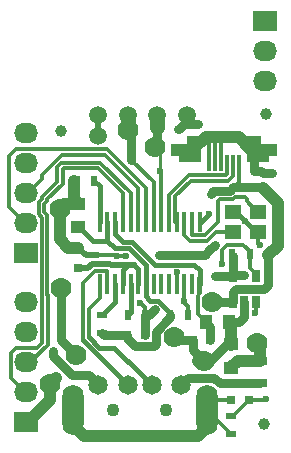
<source format=gtl>
%TF.GenerationSoftware,KiCad,Pcbnew,(5.1.2-1)-1*%
%TF.CreationDate,2019-05-29T15:28:05+01:00*%
%TF.ProjectId,a5v11-mod-01,61357631-312d-46d6-9f64-2d30312e6b69,rev?*%
%TF.SameCoordinates,PX3740df8PY3c191b8*%
%TF.FileFunction,Copper,L1,Top*%
%TF.FilePolarity,Positive*%
%FSLAX46Y46*%
G04 Gerber Fmt 4.6, Leading zero omitted, Abs format (unit mm)*
G04 Created by KiCad (PCBNEW (5.1.2-1)-1) date 2019-05-29 15:28:05*
%MOMM*%
%LPD*%
G04 APERTURE LIST*
%ADD10R,0.350000X1.700000*%
%ADD11C,1.000000*%
%ADD12R,0.750000X0.800000*%
%ADD13R,2.032000X1.727200*%
%ADD14O,2.032000X1.727200*%
%ADD15R,0.500000X0.900000*%
%ADD16R,0.900000X0.500000*%
%ADD17R,0.650000X1.060000*%
%ADD18R,0.300000X1.400000*%
%ADD19R,1.250000X2.300000*%
%ADD20R,0.700000X1.600000*%
%ADD21R,0.700000X1.100000*%
%ADD22C,1.650000*%
%ADD23C,1.100000*%
%ADD24O,1.800000X4.300000*%
%ADD25R,1.250000X1.000000*%
%ADD26R,1.000000X1.250000*%
%ADD27R,0.800000X0.750000*%
%ADD28R,1.300000X0.700000*%
%ADD29R,1.400000X1.200000*%
%ADD30C,1.500000*%
%ADD31C,0.600000*%
%ADD32C,1.778000*%
%ADD33C,0.508000*%
%ADD34C,0.250000*%
%ADD35C,0.762000*%
%ADD36C,1.016000*%
%ADD37C,0.304800*%
%ADD38C,0.381000*%
%ADD39C,1.270000*%
G04 APERTURE END LIST*
D10*
X5062600Y16177400D03*
X4412600Y16177400D03*
X3762600Y16177400D03*
X3112600Y16177400D03*
X2462600Y16177400D03*
X1812600Y16177400D03*
X1162600Y16177400D03*
X512600Y16177400D03*
X-137400Y16177400D03*
X-787400Y16177400D03*
X-1437400Y16177400D03*
X-2087400Y16177400D03*
X-2737400Y16177400D03*
X-3387400Y16177400D03*
X-3387400Y10877400D03*
X-2737400Y10877400D03*
X-2087400Y10877400D03*
X-1437400Y10877400D03*
X-787400Y10877400D03*
X-137400Y10877400D03*
X512600Y10877400D03*
X1162600Y10877400D03*
X1812600Y10877400D03*
X2462600Y10877400D03*
X3112600Y10877400D03*
X3762600Y10877400D03*
X4412600Y10877400D03*
X5062600Y10877400D03*
D11*
X10652600Y25327400D03*
D12*
X-5244402Y12294732D03*
X-5244402Y13794732D03*
D11*
X-6637400Y23867400D03*
D13*
X10612600Y33197400D03*
D14*
X10612600Y30657400D03*
X10612600Y28117400D03*
D15*
X7802600Y13477400D03*
X9302600Y13477400D03*
X-5359402Y19648732D03*
X-3859402Y19648732D03*
D16*
X-3212402Y6770232D03*
X-3212402Y8270232D03*
D15*
X458598Y8282232D03*
X-1041402Y8282232D03*
X2578098Y8282232D03*
X4078098Y8282232D03*
D17*
X7902600Y9377400D03*
X8852600Y9377400D03*
X9802600Y9377400D03*
X9802600Y11577400D03*
X7902600Y11577400D03*
D18*
X8376600Y21127400D03*
X7876600Y21127400D03*
X7376600Y21127400D03*
X6876600Y21127400D03*
X6376600Y21127400D03*
X5876600Y21127400D03*
D19*
X4626600Y22377400D03*
D20*
X3651600Y22027400D03*
D21*
X2951600Y22277400D03*
D19*
X9626600Y22377400D03*
D20*
X10601600Y22027400D03*
D21*
X11301600Y22277400D03*
D13*
X-9597400Y13517400D03*
D14*
X-9597400Y16057400D03*
X-9597400Y18597400D03*
X-9597400Y21137400D03*
X-9597400Y23677400D03*
D13*
X-9597400Y-772600D03*
D14*
X-9597400Y1767400D03*
X-9597400Y4307400D03*
X-9597400Y6847400D03*
X-9597400Y9387400D03*
D22*
X1002600Y2377400D03*
X3502600Y2377400D03*
X-997400Y2377400D03*
X-3497400Y2377400D03*
D23*
X2252600Y277400D03*
X-2247400Y277400D03*
D24*
X-5697400Y277400D03*
X5702600Y277400D03*
D11*
X10502600Y-922600D03*
D25*
X7762600Y3817400D03*
X7762600Y5817400D03*
X-5244402Y15727732D03*
X-5244402Y17727732D03*
D26*
X5562600Y7667400D03*
X7562600Y7667400D03*
D27*
X5962600Y6167400D03*
X4462600Y6167400D03*
D28*
X10202600Y2517400D03*
X10202600Y4417400D03*
D27*
X412600Y6617400D03*
X-1087400Y6617400D03*
X9262600Y1067400D03*
X7762600Y1067400D03*
D16*
X7762600Y-282600D03*
X7762600Y-1782600D03*
D29*
X7848600Y15343400D03*
X10048600Y15343400D03*
X10048600Y17043400D03*
X7848600Y17043400D03*
D30*
X3992600Y25227400D03*
X1492600Y25227400D03*
X-1007400Y25227400D03*
X-3507400Y25227400D03*
X-3507400Y23417400D03*
D31*
X11176000Y20320000D03*
X10414000Y20320000D03*
X10414000Y20320000D03*
X9626600Y20465400D03*
X8356600Y23368000D03*
X7594600Y23368000D03*
X10160000Y14224000D03*
X8890000Y16256000D03*
X6604000Y23368000D03*
X10652600Y1177400D03*
D32*
X2919431Y6411973D03*
D31*
X1251929Y8778071D03*
D32*
X5407771Y4383221D03*
D31*
X56880Y9336332D03*
X-7347400Y5227400D03*
D32*
X-6768355Y17296912D03*
D31*
X-3597400Y13327400D03*
X-1947400Y13309857D03*
X-1197400Y13309857D03*
X5862600Y16817400D03*
X6382600Y14257400D03*
X1592600Y13357400D03*
X5892600Y13767400D03*
X2252600Y13357400D03*
D32*
X9921752Y5958248D03*
D31*
X8852600Y11677400D03*
X-481902Y12536732D03*
X6372611Y11577409D03*
D32*
X1280886Y22527773D03*
D31*
X1711207Y20513461D03*
D32*
X-1007400Y23937400D03*
D31*
X-734253Y21448261D03*
X3125603Y11905183D03*
X6942600Y12597400D03*
X9712600Y8417400D03*
X3772598Y9467400D03*
X4912600Y24467400D03*
X3242601Y24037399D03*
D32*
X6096000Y9398000D03*
D31*
X6004600Y18567400D03*
X6832600Y18796000D03*
X7620000Y18796000D03*
D32*
X-5397400Y4927400D03*
X-6651714Y10571714D03*
X-7565400Y2479340D03*
D33*
X-3507400Y23417400D02*
X-3507400Y25227400D01*
D34*
X-3507400Y25227400D02*
X-3507400Y23887400D01*
X3651600Y22027400D02*
X4276600Y22027400D01*
X4276600Y22027400D02*
X4626600Y22377400D01*
X2951600Y22277400D02*
X3401600Y22277400D01*
X3401600Y22277400D02*
X3651600Y22027400D01*
X9626600Y22377400D02*
X10251600Y22377400D01*
X10251600Y22377400D02*
X10601600Y22027400D01*
X11301600Y22277400D02*
X10851600Y22277400D01*
X10851600Y22277400D02*
X10601600Y22027400D01*
D35*
X11176000Y20320000D02*
X10414000Y20320000D01*
X9626600Y20465400D02*
X10268600Y20465400D01*
X10268600Y20465400D02*
X10414000Y20320000D01*
X9652000Y20440000D02*
X9626600Y20465400D01*
X9626600Y22377400D02*
X9626600Y20465400D01*
D36*
X6324600Y23368000D02*
X6832600Y23368000D01*
X6832600Y23368000D02*
X8356600Y23368000D01*
D37*
X6876600Y21127400D02*
X6876600Y23324000D01*
X6876600Y23324000D02*
X6832600Y23368000D01*
D36*
X5588000Y23368000D02*
X6324600Y23368000D01*
D37*
X6376600Y21127400D02*
X6376600Y23316000D01*
X6376600Y23316000D02*
X6324600Y23368000D01*
X5876600Y21127400D02*
X5876600Y23079400D01*
X5876600Y23079400D02*
X5588000Y23368000D01*
D36*
X9626600Y22377400D02*
X9347200Y22377400D01*
X9347200Y22377400D02*
X8356600Y23368000D01*
X4626600Y22406600D02*
X5588000Y23368000D01*
X4626600Y22377400D02*
X4626600Y22406600D01*
D37*
X10048600Y15343400D02*
X10048600Y14335400D01*
X10048600Y14335400D02*
X10160000Y14224000D01*
X2951600Y22277400D02*
X4526600Y22277400D01*
X11301600Y22277400D02*
X9726600Y22277400D01*
D38*
X8890000Y16256000D02*
X9802600Y15343400D01*
X9802600Y15343400D02*
X10048600Y15343400D01*
X7848600Y17043400D02*
X8102600Y17043400D01*
X8102600Y17043400D02*
X8890000Y16256000D01*
D37*
X6447600Y23211600D02*
X6604000Y23368000D01*
X-1947400Y13309857D02*
X-1197400Y13309857D01*
X-3597400Y13327400D02*
X-1964943Y13327400D01*
X-1964943Y13327400D02*
X-1947400Y13309857D01*
X10542600Y1067400D02*
X10652600Y1177400D01*
X9262600Y1067400D02*
X10542600Y1067400D01*
X7762600Y-282600D02*
X7912600Y-282600D01*
X7912600Y-282600D02*
X9262600Y1067400D01*
D35*
X3164004Y6167400D02*
X2919431Y6411973D01*
X4462600Y6167400D02*
X3164004Y6167400D01*
X412600Y6617400D02*
X412600Y8236234D01*
X412600Y8236234D02*
X458598Y8282232D01*
X4462600Y6167400D02*
X4462600Y5328392D01*
X4462600Y5328392D02*
X5407771Y4383221D01*
D36*
X5407771Y4383221D02*
X4949647Y4383221D01*
D35*
X951930Y8478072D02*
X1251929Y8778071D01*
X458598Y8282232D02*
X756090Y8282232D01*
X756090Y8282232D02*
X951930Y8478072D01*
X6014168Y4477400D02*
X5501950Y4477400D01*
X5501950Y4477400D02*
X5407771Y4383221D01*
X7762600Y5767360D02*
X7304128Y5767360D01*
X7304128Y5767360D02*
X6014168Y4477400D01*
X7512560Y7667400D02*
X8434600Y7667400D01*
X8434600Y7667400D02*
X8852600Y8085400D01*
X8852600Y8085400D02*
X8852600Y9377400D01*
D36*
X7762600Y5767360D02*
X7762600Y7417360D01*
X7762600Y7417360D02*
X7512560Y7667400D01*
D37*
X458598Y8282232D02*
X458598Y8934614D01*
X458598Y8934614D02*
X56880Y9336332D01*
D35*
X-7347400Y4803136D02*
X-7347400Y5227400D01*
X-4322399Y3202399D02*
X-5746663Y3202399D01*
X-5746663Y3202399D02*
X-7347400Y4803136D01*
X-3497400Y2377400D02*
X-4322399Y3202399D01*
D36*
X-5244402Y13994692D02*
X-6048314Y13994692D01*
X-6768355Y14714733D02*
X-6768355Y17296912D01*
X-6048314Y13994692D02*
X-6768355Y14714733D01*
X-5244402Y17677692D02*
X-6387575Y17677692D01*
X-6387575Y17677692D02*
X-6768355Y17296912D01*
D33*
X-3597400Y13327400D02*
X-4577110Y13327400D01*
X-4577110Y13327400D02*
X-5244402Y13994692D01*
D36*
X-5559362Y19648732D02*
X-5559362Y17992652D01*
X-5559362Y17992652D02*
X-5244402Y17677692D01*
X-5117402Y17743732D02*
X-5244402Y17677692D01*
D37*
X597598Y8343192D02*
X658558Y8282232D01*
D38*
X5222600Y16177400D02*
X5862600Y16817400D01*
X5062600Y16177400D02*
X5222600Y16177400D01*
D35*
X5482600Y13357400D02*
X2252600Y13357400D01*
X6382600Y14257400D02*
X5892600Y13767400D01*
X5892600Y13767400D02*
X5482600Y13357400D01*
X2252600Y13357400D02*
X1592600Y13357400D01*
X-1087400Y6617400D02*
X-3059570Y6617400D01*
X-3059570Y6617400D02*
X-3212402Y6770232D01*
X1207722Y5677400D02*
X-382522Y5677400D01*
X-382522Y5677400D02*
X-1087400Y6382278D01*
X-1087400Y6382278D02*
X-1087400Y6617400D01*
X2578098Y8082232D02*
X1346001Y6850135D01*
X2578098Y8282232D02*
X2578098Y8082232D01*
X1346001Y6850135D02*
X1346001Y5815679D01*
X1346001Y5815679D02*
X1207722Y5677400D01*
D38*
X512600Y12551351D02*
X-903449Y13967400D01*
X512600Y10877400D02*
X512600Y12551351D01*
X-903449Y13967400D02*
X-2137400Y13967400D01*
X-2737400Y14567400D02*
X-2737400Y16177400D01*
X-2137400Y13967400D02*
X-2737400Y14567400D01*
X-3959070Y14567400D02*
X-2737400Y14567400D01*
X-5119402Y15727732D02*
X-3959070Y14567400D01*
X-5244402Y15727732D02*
X-5119402Y15727732D01*
X1558350Y9501980D02*
X2578098Y8482232D01*
X2578098Y8482232D02*
X2578098Y8282232D01*
X895798Y9501980D02*
X1558350Y9501980D01*
X512600Y9885178D02*
X895798Y9501980D01*
X512600Y10877400D02*
X512600Y9885178D01*
D37*
X4902199Y8377841D02*
X5612640Y7667400D01*
X4902199Y9932533D02*
X4902199Y8377841D01*
X5042598Y10072932D02*
X4902199Y9932533D01*
X5042598Y10949232D02*
X5042598Y10072932D01*
D35*
X5962600Y6167400D02*
X5962600Y7267400D01*
X5962600Y7267400D02*
X5562600Y7667400D01*
D38*
X5042598Y10949232D02*
X5042598Y10568232D01*
X5042598Y11393732D02*
X5042598Y10504732D01*
X5042598Y10504732D02*
X5042598Y10631732D01*
X4622916Y12548084D02*
X5062600Y12108400D01*
X5062600Y12108400D02*
X5062600Y10877400D01*
X1270221Y12548084D02*
X4622916Y12548084D01*
X-689095Y14507400D02*
X1270221Y12548084D01*
X-1409622Y14507400D02*
X-689095Y14507400D01*
X-2087400Y15185178D02*
X-1409622Y14507400D01*
X-2087400Y16177400D02*
X-2087400Y15185178D01*
D36*
X10202600Y4417360D02*
X8312520Y4417360D01*
X8312520Y4417360D02*
X7762600Y3867440D01*
X10202600Y4417360D02*
X10202600Y5677400D01*
X10202600Y5677400D02*
X9921752Y5958248D01*
D35*
X8852600Y11677400D02*
X8002600Y11677400D01*
X8002600Y11677400D02*
X7902600Y11577400D01*
X7902600Y11577400D02*
X7902600Y13277400D01*
D38*
X-418402Y12473232D02*
X-481902Y12536732D01*
D33*
X-4361402Y12294732D02*
X-5244402Y12294732D01*
X-4065123Y12591011D02*
X-4361402Y12294732D01*
X-2505935Y12591011D02*
X-4065123Y12591011D01*
X-2451656Y12536732D02*
X-2505935Y12591011D01*
X-481902Y12536732D02*
X-2451656Y12536732D01*
D38*
X-1009068Y12536732D02*
X-906166Y12536732D01*
X-1437400Y12108400D02*
X-1009068Y12536732D01*
X-906166Y12536732D02*
X-481902Y12536732D01*
X-1437400Y10877400D02*
X-1437400Y12108400D01*
X-137400Y12192230D02*
X-481902Y12536732D01*
X-137400Y10877400D02*
X-137400Y12192230D01*
D35*
X7902600Y11577400D02*
X6372620Y11577400D01*
X6372620Y11577400D02*
X6372611Y11577409D01*
D37*
X7876600Y20082165D02*
X7876600Y20122600D01*
X7459823Y19665388D02*
X7876600Y20082165D01*
X4321546Y19665388D02*
X7459823Y19665388D01*
X7876600Y20122600D02*
X7876600Y21127400D01*
X2992600Y18336442D02*
X4321546Y19665388D01*
X2992600Y16187400D02*
X2992600Y18336442D01*
X3002600Y16177400D02*
X2992600Y16187400D01*
X3112600Y16177400D02*
X3002600Y16177400D01*
X4132165Y20122599D02*
X7270441Y20122599D01*
X7270441Y20122599D02*
X7376600Y20228758D01*
X7376600Y20228758D02*
X7376600Y21127400D01*
X2462600Y18453034D02*
X4132165Y20122599D01*
X2462600Y16177400D02*
X2462600Y18453034D01*
D34*
X1711207Y22097452D02*
X1280886Y22527773D01*
D35*
X1492600Y22739487D02*
X1280886Y22527773D01*
X1492600Y25227400D02*
X1492600Y22739487D01*
D34*
X1711207Y20513461D02*
X1711207Y22097452D01*
D39*
X1492600Y25227400D02*
X1492600Y24166740D01*
D37*
X1812600Y20412068D02*
X1711207Y20513461D01*
X1812600Y16177400D02*
X1812600Y20412068D01*
D34*
X-734253Y21448261D02*
X-734253Y23664253D01*
X-734253Y23664253D02*
X-1007400Y23937400D01*
D35*
X-734253Y21448261D02*
X-734253Y24954253D01*
X-734253Y24954253D02*
X-1007400Y25227400D01*
D39*
X-1007400Y25227400D02*
X-1007400Y23937400D01*
D37*
X1162600Y19551408D02*
X1162600Y16177400D01*
X-734253Y21448261D02*
X1162600Y19551408D01*
X512600Y17332200D02*
X512600Y16177400D01*
X512600Y19070807D02*
X512600Y17332200D01*
X-2751201Y22334608D02*
X512600Y19070807D01*
X-10490190Y22334610D02*
X-2751201Y22334608D01*
X-11097400Y21727400D02*
X-10490190Y22334610D01*
X-11097400Y17405000D02*
X-11097400Y21727400D01*
X-9749800Y16057400D02*
X-11097400Y17405000D01*
X-9597400Y16057400D02*
X-9749800Y16057400D01*
X-9445000Y18597400D02*
X-9597400Y18597400D01*
X-8276600Y19765800D02*
X-9445000Y18597400D01*
X-8276600Y20171587D02*
X-8276600Y19765800D01*
X-6570788Y21877399D02*
X-8276600Y20171587D01*
X-2940584Y21877399D02*
X-6570788Y21877399D01*
X-137400Y19074215D02*
X-137400Y16177400D01*
X-2940584Y21877399D02*
X-137400Y19074215D01*
X-6937400Y20864198D02*
X-6970344Y20831255D01*
X-3346769Y21167399D02*
X-6634200Y21167398D01*
X-6634200Y21167398D02*
X-6937400Y20864198D01*
X-8548413Y17841607D02*
X-8548413Y16813193D01*
X-10947400Y2965000D02*
X-9749800Y1767400D01*
X-8548413Y16813193D02*
X-8276590Y16541370D01*
X-8276590Y18113429D02*
X-8548413Y17841607D01*
X-8302726Y11334121D02*
X-8302726Y9809307D01*
X-10497400Y5527400D02*
X-10947400Y5077400D01*
X-8276590Y18261631D02*
X-8276590Y18113429D01*
X-6970344Y20831255D02*
X-6970344Y19567877D01*
X-6970344Y19567877D02*
X-8276590Y18261631D01*
X-8276590Y16541370D02*
X-8276590Y11360257D01*
X-8276590Y5948210D02*
X-8697400Y5527400D01*
X-8276590Y11360257D02*
X-8302726Y11334121D01*
X-8302726Y9809307D02*
X-8276590Y9783171D01*
X-10947400Y5077400D02*
X-10947400Y2965000D01*
X-8276590Y9783171D02*
X-8276590Y5948210D01*
X-8697400Y5527400D02*
X-10497400Y5527400D01*
X-9749800Y1767400D02*
X-9597400Y1767400D01*
X-787400Y18608030D02*
X-787400Y16177400D01*
X-3346769Y21167399D02*
X-787400Y18608030D01*
X-7790191Y5788017D02*
X-7790191Y9943365D01*
X-7790191Y9943365D02*
X-7845515Y9998689D01*
X-7845515Y9998689D02*
X-7845515Y11144739D01*
X-7845515Y11144739D02*
X-7819379Y11170875D01*
X-6513133Y20641873D02*
X-6444817Y20710189D01*
X-6444817Y20710189D02*
X-3536151Y20710189D01*
X-6513133Y19378495D02*
X-6513133Y20641873D01*
X-7819379Y18072249D02*
X-6513133Y19378495D01*
X-8091202Y17002575D02*
X-8091202Y17652225D01*
X-7819379Y11170875D02*
X-7819379Y16730753D01*
X-7819379Y16730753D02*
X-8091202Y17002575D01*
X-9270808Y4307400D02*
X-7790191Y5788017D01*
X-8091202Y17652225D02*
X-7819379Y17924047D01*
X-7819379Y17924047D02*
X-7819379Y18072249D01*
X-9597400Y4307400D02*
X-9270808Y4307400D01*
X-1437400Y18611438D02*
X-1437400Y16177400D01*
X-3536151Y20710189D02*
X-1437400Y18611438D01*
D38*
X-4304602Y6412175D02*
X-3419827Y5527400D01*
X-3419827Y5527400D02*
X-2147400Y5527400D01*
X-2147400Y5527400D02*
X177601Y3202399D01*
X177601Y3202399D02*
X1002600Y2377400D01*
D37*
X-3387400Y9722600D02*
X-3387400Y10877400D01*
X-4304602Y8805398D02*
X-3387400Y9722600D01*
X-4304602Y6412175D02*
X-4304602Y8805398D01*
D38*
X-1881110Y3202399D02*
X-4838013Y6159302D01*
X-1822399Y3202399D02*
X-1881110Y3202399D01*
X-997400Y2377400D02*
X-1822399Y3202399D01*
D37*
X-2737401Y12032201D02*
X-3806241Y12032201D01*
X-3806241Y12032201D02*
X-4838013Y11000429D01*
X-2737400Y10877400D02*
X-2737401Y12032201D01*
X-4838013Y11000429D02*
X-4838013Y6159302D01*
D35*
X8691300Y2517440D02*
X10202600Y2517440D01*
X6754208Y2517440D02*
X8691300Y2517440D01*
X4086010Y2960810D02*
X6310838Y2960810D01*
X6310838Y2960810D02*
X6754208Y2517440D01*
X3502600Y2377400D02*
X4086010Y2960810D01*
D37*
X4412600Y15022600D02*
X4412600Y16177400D01*
X5481441Y15022599D02*
X4412600Y15022600D01*
X9043800Y18134200D02*
X8890000Y18288000D01*
X6646608Y16187766D02*
X5481441Y15022599D01*
X6808598Y18110190D02*
X6646608Y17948200D01*
X6646608Y17948200D02*
X6646608Y16187766D01*
X7904071Y18110190D02*
X6808598Y18110190D01*
X8081881Y18288000D02*
X7904071Y18110190D01*
X9043800Y17948200D02*
X9043800Y18134200D01*
X8890000Y18288000D02*
X8081881Y18288000D01*
X9948600Y17043400D02*
X9043800Y17948200D01*
X10048600Y17043400D02*
X9948600Y17043400D01*
X3762600Y15022600D02*
X3762600Y16177400D01*
X4219809Y14565391D02*
X3762600Y15022600D01*
X5670825Y14565391D02*
X4219809Y14565391D01*
X6448834Y15343400D02*
X5670825Y14565391D01*
X7848600Y15343400D02*
X6448834Y15343400D01*
X9302600Y12282400D02*
X9302600Y13477400D01*
X9802600Y11577400D02*
X9802600Y11782400D01*
X9802600Y11782400D02*
X9302600Y12282400D01*
X3112600Y10877400D02*
X3125603Y10890403D01*
X3125603Y11480919D02*
X3125603Y11905183D01*
X3125603Y10890403D02*
X3125603Y11480919D01*
X9302600Y13477400D02*
X9302600Y13677400D01*
X9302600Y13677400D02*
X8747800Y14232200D01*
X8747800Y14232200D02*
X7413136Y14232200D01*
X7413136Y14232200D02*
X6942600Y13761664D01*
X6942600Y13761664D02*
X6942600Y13021664D01*
X6942600Y13021664D02*
X6942600Y12597400D01*
X9802600Y9377400D02*
X9802600Y8507400D01*
X9802600Y8507400D02*
X9712600Y8417400D01*
X9829017Y9248099D02*
X9829017Y8999793D01*
X9802600Y9274516D02*
X9829017Y9248099D01*
X9802600Y9377400D02*
X9802600Y9274516D01*
X3772598Y9467400D02*
X3772598Y10187232D01*
X3772598Y9342532D02*
X3772598Y9467400D01*
X4078098Y8282232D02*
X4078098Y9037032D01*
X3772598Y10187232D02*
X3772598Y10949232D01*
X4078098Y9037032D02*
X3772598Y9342532D01*
D34*
X3742278Y24467400D02*
X4912600Y24467400D01*
X3992600Y25227400D02*
X3992600Y24787398D01*
X3992600Y24787398D02*
X3242601Y24037399D01*
D35*
X3712600Y24467400D02*
X4912600Y24467400D01*
X3282599Y24037399D02*
X3712600Y24467400D01*
X3242601Y24037399D02*
X3282599Y24037399D01*
D37*
X8376600Y21127400D02*
X8376600Y19552600D01*
X8376600Y19552600D02*
X7620000Y18796000D01*
D35*
X6096000Y9398000D02*
X7882000Y9398000D01*
X7882000Y9398000D02*
X7902600Y9377400D01*
X6832600Y18796000D02*
X6233200Y18796000D01*
X6233200Y18796000D02*
X6004600Y18567400D01*
X7620000Y18796000D02*
X6832600Y18796000D01*
X7620000Y18796000D02*
X7919999Y19095999D01*
X7919999Y19095999D02*
X10355236Y19095999D01*
X10355236Y19095999D02*
X10401235Y19050000D01*
D36*
X11684000Y17767235D02*
X11684000Y14158564D01*
X11684000Y14158564D02*
X10886001Y13360565D01*
X10401235Y19050000D02*
X11684000Y17767235D01*
D35*
X-6651714Y10571714D02*
X-6651714Y6181714D01*
X-6651714Y6181714D02*
X-5397400Y4927400D01*
X7852600Y9427400D02*
X7902600Y9377400D01*
X10886001Y10845679D02*
X10886001Y13360565D01*
X10517722Y10477400D02*
X10886001Y10845679D01*
X7902600Y10242522D02*
X8137478Y10477400D01*
X7902600Y9377400D02*
X7902600Y10242522D01*
X8137478Y10477400D02*
X10517722Y10477400D01*
D36*
X-7565400Y2479340D02*
X-7088166Y2956574D01*
X-7565400Y1107000D02*
X-7565400Y2479340D01*
X-9445000Y-772600D02*
X-7565400Y1107000D01*
X-9597400Y-772600D02*
X-9445000Y-772600D01*
D38*
X-787400Y8536234D02*
X-1041402Y8282232D01*
X-787400Y10877400D02*
X-787400Y8536234D01*
X-2087400Y9395234D02*
X-3212402Y8270232D01*
X-2087400Y10877400D02*
X-2087400Y9395234D01*
X-3387400Y19176730D02*
X-3859402Y19648732D01*
X-3387400Y16177400D02*
X-3387400Y19176730D01*
D37*
X5702600Y277400D02*
X7762600Y-1782600D01*
X7762600Y1067400D02*
X6492600Y1067400D01*
X6492600Y1067400D02*
X5702600Y277400D01*
D36*
X5702600Y277400D02*
X5702600Y-1222600D01*
X5702600Y-1222600D02*
X4952600Y-1972600D01*
X4952600Y-1972600D02*
X-4697400Y-1972600D01*
X-4697400Y-1972600D02*
X-5697400Y-972600D01*
X-5697400Y-972600D02*
X-5697400Y277400D01*
M02*

</source>
